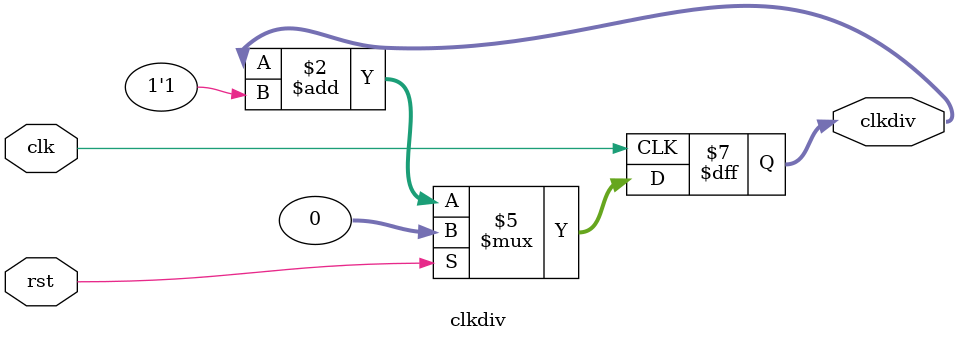
<source format=v>
`timescale 1ns / 1ps
module clkdiv(input clk, input rst, output reg[31:0] clkdiv=0
    );
    always @(posedge clk)begin
        if(rst) clkdiv <= 0;
        else clkdiv <= clkdiv + 1'b1;
    end


endmodule

</source>
